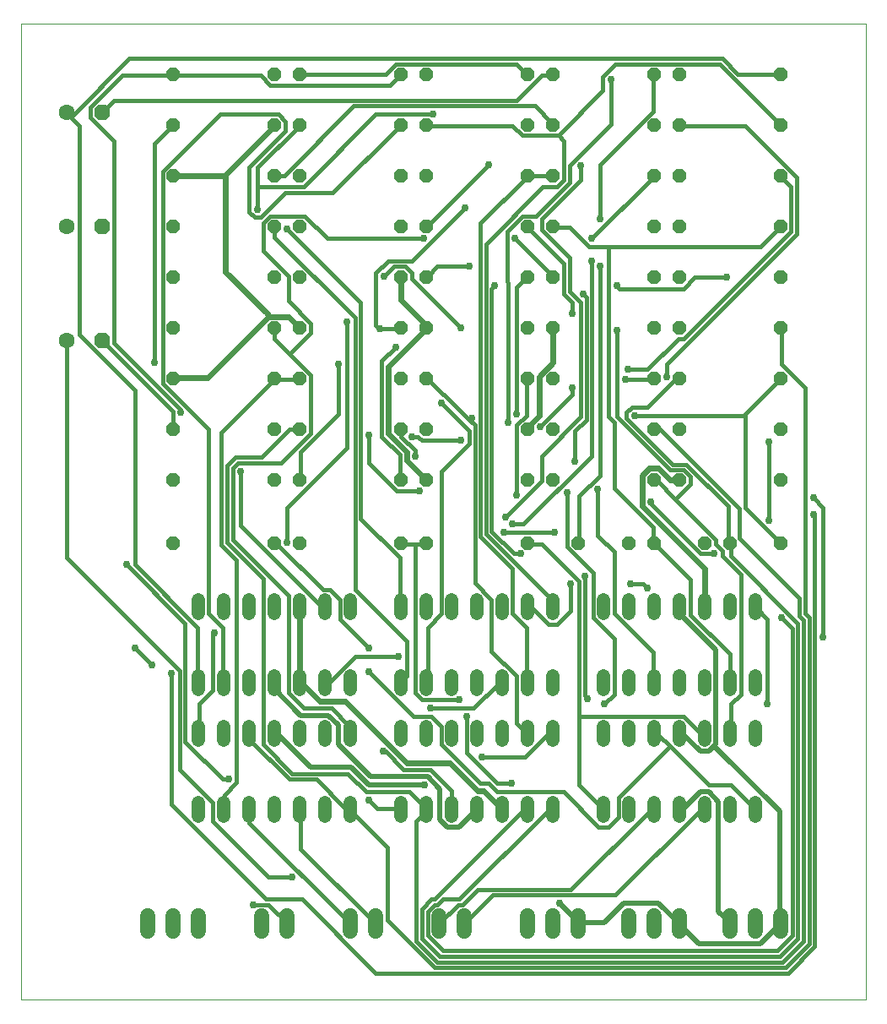
<source format=gtl>
G75*
%MOIN*%
%OFA0B0*%
%FSLAX25Y25*%
%IPPOS*%
%LPD*%
%AMOC8*
5,1,8,0,0,1.08239X$1,22.5*
%
%ADD10C,0.00000*%
%ADD11OC8,0.06300*%
%ADD12C,0.06300*%
%ADD13OC8,0.05200*%
%ADD14C,0.05200*%
%ADD15C,0.05937*%
%ADD16C,0.01600*%
%ADD17C,0.02978*%
%ADD18C,0.02400*%
%ADD19C,0.02000*%
D10*
X0001000Y0001000D02*
X0001000Y0385961D01*
X0334701Y0385961D01*
X0334701Y0001000D01*
X0001000Y0001000D01*
D11*
X0033000Y0261000D03*
X0033000Y0306000D03*
X0033000Y0351000D03*
D12*
X0019000Y0351000D03*
X0019000Y0306000D03*
X0019000Y0261000D03*
D13*
X0061000Y0266000D03*
X0061000Y0246000D03*
X0061000Y0226000D03*
X0061000Y0206000D03*
X0061000Y0181000D03*
X0101000Y0181000D03*
X0111000Y0181000D03*
X0111000Y0206000D03*
X0101000Y0206000D03*
X0101000Y0226000D03*
X0111000Y0226000D03*
X0111000Y0246000D03*
X0101000Y0246000D03*
X0101000Y0266000D03*
X0111000Y0266000D03*
X0111000Y0286000D03*
X0101000Y0286000D03*
X0101000Y0306000D03*
X0111000Y0306000D03*
X0111000Y0326000D03*
X0101000Y0326000D03*
X0101000Y0346000D03*
X0111000Y0346000D03*
X0111000Y0366000D03*
X0101000Y0366000D03*
X0061000Y0366000D03*
X0061000Y0346000D03*
X0061000Y0326000D03*
X0061000Y0306000D03*
X0061000Y0286000D03*
X0151000Y0286000D03*
X0161000Y0286000D03*
X0161000Y0266000D03*
X0151000Y0266000D03*
X0151000Y0246000D03*
X0161000Y0246000D03*
X0161000Y0226000D03*
X0151000Y0226000D03*
X0151000Y0206000D03*
X0161000Y0206000D03*
X0161000Y0181000D03*
X0151000Y0181000D03*
X0201000Y0181000D03*
X0221000Y0181000D03*
X0241000Y0181000D03*
X0251000Y0181000D03*
X0271000Y0181000D03*
X0281000Y0181000D03*
X0301000Y0181000D03*
X0301000Y0206000D03*
X0301000Y0226000D03*
X0301000Y0246000D03*
X0301000Y0266000D03*
X0301000Y0286000D03*
X0301000Y0306000D03*
X0301000Y0326000D03*
X0301000Y0346000D03*
X0301000Y0366000D03*
X0261000Y0366000D03*
X0251000Y0366000D03*
X0251000Y0346000D03*
X0261000Y0346000D03*
X0261000Y0326000D03*
X0251000Y0326000D03*
X0251000Y0306000D03*
X0261000Y0306000D03*
X0261000Y0286000D03*
X0251000Y0286000D03*
X0251000Y0266000D03*
X0261000Y0266000D03*
X0261000Y0246000D03*
X0251000Y0246000D03*
X0251000Y0226000D03*
X0261000Y0226000D03*
X0261000Y0206000D03*
X0251000Y0206000D03*
X0211000Y0206000D03*
X0201000Y0206000D03*
X0201000Y0226000D03*
X0211000Y0226000D03*
X0211000Y0246000D03*
X0201000Y0246000D03*
X0201000Y0266000D03*
X0211000Y0266000D03*
X0211000Y0286000D03*
X0201000Y0286000D03*
X0201000Y0306000D03*
X0211000Y0306000D03*
X0211000Y0326000D03*
X0201000Y0326000D03*
X0201000Y0346000D03*
X0211000Y0346000D03*
X0211000Y0366000D03*
X0201000Y0366000D03*
X0161000Y0366000D03*
X0151000Y0366000D03*
X0151000Y0346000D03*
X0161000Y0346000D03*
X0161000Y0326000D03*
X0151000Y0326000D03*
X0151000Y0306000D03*
X0161000Y0306000D03*
D14*
X0161000Y0158600D02*
X0161000Y0153400D01*
X0151000Y0153400D02*
X0151000Y0158600D01*
X0131000Y0158600D02*
X0131000Y0153400D01*
X0121000Y0153400D02*
X0121000Y0158600D01*
X0111000Y0158600D02*
X0111000Y0153400D01*
X0101000Y0153400D02*
X0101000Y0158600D01*
X0091000Y0158600D02*
X0091000Y0153400D01*
X0081000Y0153400D02*
X0081000Y0158600D01*
X0071000Y0158600D02*
X0071000Y0153400D01*
X0071000Y0128600D02*
X0071000Y0123400D01*
X0081000Y0123400D02*
X0081000Y0128600D01*
X0091000Y0128600D02*
X0091000Y0123400D01*
X0101000Y0123400D02*
X0101000Y0128600D01*
X0111000Y0128600D02*
X0111000Y0123400D01*
X0121000Y0123400D02*
X0121000Y0128600D01*
X0131000Y0128600D02*
X0131000Y0123400D01*
X0131000Y0108600D02*
X0131000Y0103400D01*
X0121000Y0103400D02*
X0121000Y0108600D01*
X0111000Y0108600D02*
X0111000Y0103400D01*
X0101000Y0103400D02*
X0101000Y0108600D01*
X0091000Y0108600D02*
X0091000Y0103400D01*
X0081000Y0103400D02*
X0081000Y0108600D01*
X0071000Y0108600D02*
X0071000Y0103400D01*
X0071000Y0078600D02*
X0071000Y0073400D01*
X0081000Y0073400D02*
X0081000Y0078600D01*
X0091000Y0078600D02*
X0091000Y0073400D01*
X0101000Y0073400D02*
X0101000Y0078600D01*
X0111000Y0078600D02*
X0111000Y0073400D01*
X0121000Y0073400D02*
X0121000Y0078600D01*
X0131000Y0078600D02*
X0131000Y0073400D01*
X0151000Y0073400D02*
X0151000Y0078600D01*
X0161000Y0078600D02*
X0161000Y0073400D01*
X0171000Y0073400D02*
X0171000Y0078600D01*
X0181000Y0078600D02*
X0181000Y0073400D01*
X0191000Y0073400D02*
X0191000Y0078600D01*
X0201000Y0078600D02*
X0201000Y0073400D01*
X0211000Y0073400D02*
X0211000Y0078600D01*
X0231000Y0078600D02*
X0231000Y0073400D01*
X0241000Y0073400D02*
X0241000Y0078600D01*
X0251000Y0078600D02*
X0251000Y0073400D01*
X0261000Y0073400D02*
X0261000Y0078600D01*
X0271000Y0078600D02*
X0271000Y0073400D01*
X0281000Y0073400D02*
X0281000Y0078600D01*
X0291000Y0078600D02*
X0291000Y0073400D01*
X0291000Y0103400D02*
X0291000Y0108600D01*
X0281000Y0108600D02*
X0281000Y0103400D01*
X0271000Y0103400D02*
X0271000Y0108600D01*
X0261000Y0108600D02*
X0261000Y0103400D01*
X0251000Y0103400D02*
X0251000Y0108600D01*
X0241000Y0108600D02*
X0241000Y0103400D01*
X0231000Y0103400D02*
X0231000Y0108600D01*
X0231000Y0123400D02*
X0231000Y0128600D01*
X0241000Y0128600D02*
X0241000Y0123400D01*
X0251000Y0123400D02*
X0251000Y0128600D01*
X0261000Y0128600D02*
X0261000Y0123400D01*
X0271000Y0123400D02*
X0271000Y0128600D01*
X0281000Y0128600D02*
X0281000Y0123400D01*
X0291000Y0123400D02*
X0291000Y0128600D01*
X0291000Y0153400D02*
X0291000Y0158600D01*
X0281000Y0158600D02*
X0281000Y0153400D01*
X0271000Y0153400D02*
X0271000Y0158600D01*
X0261000Y0158600D02*
X0261000Y0153400D01*
X0251000Y0153400D02*
X0251000Y0158600D01*
X0241000Y0158600D02*
X0241000Y0153400D01*
X0231000Y0153400D02*
X0231000Y0158600D01*
X0211000Y0158600D02*
X0211000Y0153400D01*
X0201000Y0153400D02*
X0201000Y0158600D01*
X0191000Y0158600D02*
X0191000Y0153400D01*
X0181000Y0153400D02*
X0181000Y0158600D01*
X0171000Y0158600D02*
X0171000Y0153400D01*
X0171000Y0128600D02*
X0171000Y0123400D01*
X0161000Y0123400D02*
X0161000Y0128600D01*
X0151000Y0128600D02*
X0151000Y0123400D01*
X0151000Y0108600D02*
X0151000Y0103400D01*
X0161000Y0103400D02*
X0161000Y0108600D01*
X0171000Y0108600D02*
X0171000Y0103400D01*
X0181000Y0103400D02*
X0181000Y0108600D01*
X0191000Y0108600D02*
X0191000Y0103400D01*
X0201000Y0103400D02*
X0201000Y0108600D01*
X0211000Y0108600D02*
X0211000Y0103400D01*
X0211000Y0123400D02*
X0211000Y0128600D01*
X0201000Y0128600D02*
X0201000Y0123400D01*
X0191000Y0123400D02*
X0191000Y0128600D01*
X0181000Y0128600D02*
X0181000Y0123400D01*
D15*
X0176000Y0033969D02*
X0176000Y0028031D01*
X0166000Y0028031D02*
X0166000Y0033969D01*
X0141000Y0033969D02*
X0141000Y0028031D01*
X0131000Y0028031D02*
X0131000Y0033969D01*
X0106000Y0033969D02*
X0106000Y0028031D01*
X0096000Y0028031D02*
X0096000Y0033969D01*
X0071000Y0033969D02*
X0071000Y0028031D01*
X0061000Y0028031D02*
X0061000Y0033969D01*
X0051000Y0033969D02*
X0051000Y0028031D01*
X0201000Y0028031D02*
X0201000Y0033969D01*
X0211000Y0033969D02*
X0211000Y0028031D01*
X0221000Y0028031D02*
X0221000Y0033969D01*
X0241000Y0033969D02*
X0241000Y0028031D01*
X0251000Y0028031D02*
X0251000Y0033969D01*
X0261000Y0033969D02*
X0261000Y0028031D01*
X0281000Y0028031D02*
X0281000Y0033969D01*
X0291000Y0033969D02*
X0291000Y0028031D01*
X0301000Y0028031D02*
X0301000Y0033969D01*
D16*
X0305600Y0026300D02*
X0305600Y0147300D01*
X0301200Y0151700D01*
X0295700Y0151150D02*
X0291300Y0155550D01*
X0291000Y0156000D01*
X0295700Y0151150D02*
X0295700Y0117600D01*
X0285250Y0121450D02*
X0285250Y0168750D01*
X0278100Y0175900D01*
X0278100Y0178100D01*
X0275350Y0180850D01*
X0275350Y0182500D01*
X0259400Y0198450D01*
X0265450Y0204500D01*
X0265450Y0207250D01*
X0262700Y0210000D01*
X0257200Y0210000D01*
X0236300Y0230900D01*
X0236300Y0265000D01*
X0240700Y0249600D02*
X0248400Y0249600D01*
X0260500Y0261700D01*
X0262700Y0261700D01*
X0305050Y0304050D01*
X0305050Y0321650D01*
X0301200Y0325500D01*
X0301000Y0326000D01*
X0307250Y0325500D02*
X0286900Y0345850D01*
X0261050Y0345850D01*
X0261000Y0346000D01*
X0250600Y0351350D02*
X0229700Y0330450D01*
X0229700Y0309000D01*
X0226400Y0301300D02*
X0250600Y0325500D01*
X0251000Y0326000D01*
X0234100Y0346400D02*
X0217600Y0329900D01*
X0217600Y0323300D01*
X0204400Y0310100D01*
X0198900Y0310100D01*
X0192850Y0304050D01*
X0192850Y0284250D01*
X0193400Y0283700D01*
X0193400Y0228700D01*
X0196700Y0227600D02*
X0196700Y0200100D01*
X0192300Y0191300D02*
X0206600Y0205600D01*
X0206600Y0215500D01*
X0222000Y0230900D01*
X0222000Y0276000D01*
X0217600Y0280400D01*
X0217600Y0293600D01*
X0206600Y0304600D01*
X0206600Y0309000D01*
X0222000Y0324400D01*
X0222000Y0329900D01*
X0215400Y0324400D02*
X0215400Y0339800D01*
X0213200Y0342000D01*
X0230800Y0359600D01*
X0230800Y0365100D01*
X0235750Y0370050D01*
X0277000Y0370050D01*
X0300650Y0346400D01*
X0301000Y0346000D01*
X0301000Y0366000D02*
X0300650Y0366200D01*
X0284150Y0366200D01*
X0278100Y0372250D01*
X0043800Y0372250D01*
X0021250Y0349700D01*
X0019000Y0351000D01*
X0019050Y0350800D01*
X0024000Y0345850D01*
X0024000Y0263350D01*
X0046000Y0241350D01*
X0046000Y0172600D01*
X0070750Y0147850D01*
X0070750Y0126400D01*
X0071000Y0126000D01*
X0076800Y0123100D02*
X0076800Y0145100D01*
X0077350Y0145650D01*
X0080650Y0147850D02*
X0075150Y0153350D01*
X0075150Y0225950D01*
X0057000Y0244100D01*
X0057000Y0327700D01*
X0079550Y0350250D01*
X0102650Y0350250D01*
X0105400Y0347500D01*
X0105400Y0343650D01*
X0091100Y0329350D01*
X0091100Y0311750D01*
X0093300Y0309550D01*
X0095500Y0309550D01*
X0105400Y0319450D01*
X0124100Y0319450D01*
X0150500Y0345850D01*
X0151000Y0346000D01*
X0141150Y0350250D02*
X0112550Y0321650D01*
X0094400Y0321650D01*
X0094400Y0312850D01*
X0099350Y0310100D02*
X0096600Y0307350D01*
X0096600Y0296350D01*
X0106500Y0286450D01*
X0106500Y0276550D01*
X0115300Y0267750D01*
X0115300Y0263900D01*
X0107050Y0255650D01*
X0101000Y0261700D01*
X0101000Y0266000D01*
X0107050Y0255650D02*
X0115300Y0247400D01*
X0115300Y0224300D01*
X0103750Y0212750D01*
X0086700Y0212750D01*
X0084500Y0210550D01*
X0084500Y0182500D01*
X0106500Y0160500D01*
X0106500Y0122000D01*
X0112550Y0115950D01*
X0123550Y0115950D01*
X0130700Y0108800D01*
X0130700Y0106050D01*
X0131000Y0106000D01*
X0143900Y0098900D02*
X0145000Y0098900D01*
X0152150Y0091750D01*
X0162600Y0091750D01*
X0170850Y0083500D01*
X0170850Y0076350D01*
X0171000Y0076000D01*
X0161000Y0076000D02*
X0160950Y0075250D01*
X0157100Y0071400D01*
X0157100Y0024100D01*
X0165350Y0015850D01*
X0301750Y0015850D01*
X0310000Y0024100D01*
X0310000Y0150600D01*
X0308350Y0152250D01*
X0308350Y0159400D01*
X0284700Y0183050D01*
X0284700Y0194600D01*
X0253350Y0225950D01*
X0251150Y0225950D01*
X0251000Y0226000D01*
X0248400Y0234750D02*
X0242350Y0234750D01*
X0240150Y0232550D01*
X0240150Y0230350D01*
X0258300Y0212200D01*
X0263800Y0212200D01*
X0280300Y0195700D01*
X0280300Y0181400D01*
X0281000Y0181000D01*
X0281400Y0180850D01*
X0281400Y0175900D01*
X0307800Y0149500D01*
X0307800Y0025200D01*
X0300650Y0018050D01*
X0166450Y0018050D01*
X0159300Y0025200D01*
X0159300Y0036750D01*
X0163150Y0040600D01*
X0164250Y0040600D01*
X0199450Y0075800D01*
X0200550Y0075800D01*
X0201000Y0076000D01*
X0209350Y0075800D02*
X0174150Y0040600D01*
X0167550Y0040600D01*
X0165350Y0038400D01*
X0164250Y0038400D01*
X0161500Y0035650D01*
X0161500Y0026300D01*
X0167550Y0020250D01*
X0299550Y0020250D01*
X0305600Y0026300D01*
X0312200Y0023000D02*
X0302850Y0013650D01*
X0164250Y0013650D01*
X0145550Y0032350D01*
X0145550Y0060950D01*
X0131250Y0075250D01*
X0131000Y0076000D01*
X0130700Y0076350D01*
X0129050Y0076350D01*
X0117500Y0087900D01*
X0107050Y0087900D01*
X0091100Y0103850D01*
X0091100Y0105500D01*
X0091000Y0106000D01*
X0096600Y0101650D02*
X0108150Y0090100D01*
X0130150Y0090100D01*
X0137300Y0082950D01*
X0154350Y0082950D01*
X0160950Y0076350D01*
X0161000Y0076000D01*
X0151000Y0076000D02*
X0150500Y0076350D01*
X0141700Y0076350D01*
X0138400Y0079650D01*
X0111450Y0075800D02*
X0111450Y0060400D01*
X0140600Y0031250D01*
X0141000Y0031000D01*
X0131000Y0031000D02*
X0130700Y0031250D01*
X0091100Y0070850D01*
X0091100Y0075800D01*
X0091000Y0076000D01*
X0081200Y0076350D02*
X0081000Y0076000D01*
X0081200Y0076350D02*
X0081200Y0081850D01*
X0086150Y0086800D01*
X0086150Y0174250D01*
X0080100Y0180300D01*
X0080100Y0224850D01*
X0101000Y0245750D01*
X0101000Y0246000D01*
X0101550Y0245750D01*
X0110900Y0245750D01*
X0111000Y0246000D01*
X0126300Y0251800D02*
X0126300Y0232000D01*
X0111450Y0217150D01*
X0111450Y0206150D01*
X0111000Y0206000D01*
X0105950Y0195150D02*
X0129600Y0218800D01*
X0129600Y0268300D01*
X0132900Y0269950D02*
X0132900Y0162700D01*
X0153250Y0142350D01*
X0153250Y0128600D01*
X0151050Y0126400D01*
X0151000Y0126000D01*
X0156550Y0122000D02*
X0156550Y0180850D01*
X0151050Y0180850D01*
X0151000Y0181000D01*
X0150500Y0175350D02*
X0135100Y0190750D01*
X0135100Y0276000D01*
X0105950Y0305150D01*
X0101000Y0306000D02*
X0101000Y0301850D01*
X0132900Y0269950D01*
X0141150Y0267200D02*
X0142800Y0265550D01*
X0150500Y0265550D01*
X0151000Y0266000D01*
X0148850Y0258400D02*
X0143350Y0252900D01*
X0143350Y0223200D01*
X0150500Y0216050D01*
X0150500Y0206150D01*
X0151000Y0206000D01*
X0149400Y0201750D02*
X0158200Y0201750D01*
X0167000Y0209450D02*
X0178000Y0220450D01*
X0178000Y0225400D01*
X0167000Y0236400D01*
X0167550Y0239700D02*
X0168100Y0239700D01*
X0178000Y0229800D01*
X0178550Y0230350D01*
X0179100Y0230350D01*
X0178000Y0229800D02*
X0180200Y0227600D01*
X0180200Y0165450D01*
X0186800Y0158850D01*
X0186800Y0138500D01*
X0196700Y0128600D01*
X0196700Y0109900D01*
X0200550Y0106050D01*
X0201000Y0106000D01*
X0208800Y0105500D02*
X0200000Y0096700D01*
X0182950Y0096700D01*
X0176900Y0098350D02*
X0189000Y0086250D01*
X0194500Y0086250D01*
X0189000Y0082950D02*
X0215400Y0082950D01*
X0229150Y0069200D01*
X0233000Y0069200D01*
X0236850Y0073050D01*
X0236850Y0080750D01*
X0257200Y0101100D01*
X0252800Y0105500D01*
X0251150Y0105500D01*
X0251000Y0106000D01*
X0257200Y0101100D02*
X0272600Y0085700D01*
X0281400Y0085700D01*
X0290750Y0076350D01*
X0291000Y0076000D01*
X0271000Y0076000D02*
X0270950Y0075800D01*
X0269300Y0075800D01*
X0235750Y0042250D01*
X0187350Y0042250D01*
X0176350Y0031250D01*
X0176000Y0031000D01*
X0175250Y0038400D02*
X0173600Y0038400D01*
X0166450Y0031250D01*
X0166000Y0031000D01*
X0175250Y0038400D02*
X0181300Y0044450D01*
X0218150Y0044450D01*
X0249500Y0075800D01*
X0250600Y0075800D01*
X0251000Y0076000D01*
X0231000Y0076000D02*
X0230800Y0076350D01*
X0221450Y0085700D01*
X0221450Y0112650D01*
X0262700Y0112650D01*
X0269300Y0106050D01*
X0270950Y0106050D01*
X0271000Y0106000D01*
X0281000Y0106000D02*
X0281400Y0106050D01*
X0281400Y0117600D01*
X0285250Y0121450D01*
X0281000Y0126000D02*
X0280850Y0126400D01*
X0280850Y0137400D01*
X0265450Y0152800D01*
X0265450Y0166550D01*
X0251000Y0181000D01*
X0250600Y0181400D01*
X0250600Y0187450D01*
X0235200Y0202850D01*
X0235200Y0228700D01*
X0233000Y0230900D01*
X0233000Y0298000D01*
X0225300Y0298000D01*
X0217600Y0305700D01*
X0211000Y0305700D01*
X0211000Y0306000D01*
X0201100Y0305700D02*
X0201000Y0306000D01*
X0201100Y0305700D02*
X0215400Y0291400D01*
X0215400Y0279300D01*
X0218700Y0276000D01*
X0218700Y0271600D01*
X0224200Y0278200D02*
X0223100Y0279300D01*
X0224200Y0278200D02*
X0224200Y0229800D01*
X0219800Y0225400D01*
X0219800Y0213300D01*
X0226400Y0215500D02*
X0199450Y0188550D01*
X0195050Y0188550D01*
X0191750Y0185250D02*
X0211550Y0185250D01*
X0216500Y0179750D02*
X0216500Y0201200D01*
X0221450Y0199550D02*
X0221450Y0181400D01*
X0221000Y0181000D01*
X0216500Y0179750D02*
X0226950Y0169300D01*
X0226950Y0151700D01*
X0235200Y0143450D01*
X0235200Y0121450D01*
X0231350Y0117600D01*
X0224750Y0119800D02*
X0223650Y0120900D01*
X0223650Y0168200D01*
X0221450Y0166000D02*
X0221450Y0112650D01*
X0211000Y0106000D02*
X0211000Y0105500D01*
X0208800Y0105500D01*
X0201000Y0126000D02*
X0200550Y0126400D01*
X0200550Y0147850D01*
X0195050Y0153350D01*
X0195050Y0170950D01*
X0182400Y0183600D01*
X0182400Y0307350D01*
X0200550Y0325500D01*
X0201000Y0326000D01*
X0201650Y0326050D01*
X0211000Y0326050D01*
X0211000Y0326000D01*
X0212650Y0321650D02*
X0207150Y0321650D01*
X0184600Y0299100D01*
X0184600Y0184700D01*
X0211000Y0158300D01*
X0211000Y0156000D01*
X0212650Y0148950D02*
X0209350Y0148950D01*
X0202750Y0155550D01*
X0201100Y0155550D01*
X0201000Y0156000D01*
X0212650Y0148950D02*
X0218150Y0154450D01*
X0218150Y0164900D01*
X0221450Y0166000D02*
X0206600Y0180850D01*
X0201100Y0180850D01*
X0201000Y0181000D01*
X0198350Y0177000D02*
X0195600Y0177000D01*
X0186800Y0185800D01*
X0186800Y0281500D01*
X0187900Y0282600D01*
X0178000Y0290300D02*
X0165350Y0290300D01*
X0161500Y0286450D01*
X0161000Y0286000D01*
X0155450Y0285350D02*
X0155450Y0287550D01*
X0152700Y0290300D01*
X0148300Y0290300D01*
X0144450Y0286450D01*
X0141150Y0287550D02*
X0146100Y0292500D01*
X0155450Y0292500D01*
X0176350Y0313400D01*
X0161500Y0306250D02*
X0161000Y0306000D01*
X0161500Y0306250D02*
X0185700Y0330450D01*
X0198900Y0342000D02*
X0195050Y0345850D01*
X0161500Y0345850D01*
X0161000Y0346000D01*
X0163700Y0350250D02*
X0141150Y0350250D01*
X0132350Y0353550D02*
X0203850Y0353550D01*
X0211000Y0346400D01*
X0211000Y0346000D01*
X0213200Y0342000D02*
X0198900Y0342000D01*
X0196700Y0355750D02*
X0037750Y0355750D01*
X0033000Y0351000D01*
X0028400Y0349150D02*
X0028400Y0353000D01*
X0041050Y0365650D01*
X0060300Y0365650D01*
X0061000Y0366000D01*
X0061400Y0365650D01*
X0095500Y0365650D01*
X0099350Y0361800D01*
X0146650Y0361800D01*
X0150500Y0365650D01*
X0151000Y0366000D01*
X0148850Y0370050D02*
X0196700Y0370050D01*
X0200550Y0366200D01*
X0201000Y0366000D01*
X0206600Y0365650D02*
X0196700Y0355750D01*
X0206600Y0365650D02*
X0211000Y0365650D01*
X0211000Y0366000D01*
X0234100Y0364000D02*
X0234100Y0346400D01*
X0250600Y0351350D02*
X0250600Y0365650D01*
X0251000Y0366000D01*
X0215400Y0324400D02*
X0212650Y0321650D01*
X0196150Y0301300D02*
X0211000Y0286450D01*
X0211000Y0286000D01*
X0201000Y0286000D02*
X0200550Y0285900D01*
X0196700Y0282050D01*
X0196700Y0232000D01*
X0200550Y0231450D02*
X0196700Y0227600D01*
X0200550Y0231450D02*
X0200550Y0245750D01*
X0201000Y0246000D01*
X0218700Y0239700D02*
X0206050Y0227050D01*
X0218700Y0239700D02*
X0218700Y0242450D01*
X0239600Y0245750D02*
X0250600Y0245750D01*
X0251000Y0246000D01*
X0256100Y0246850D02*
X0256100Y0251800D01*
X0307250Y0302950D01*
X0307250Y0325500D01*
X0301000Y0306000D02*
X0300650Y0305700D01*
X0292950Y0298000D01*
X0233000Y0298000D01*
X0229700Y0290300D02*
X0229700Y0207800D01*
X0221450Y0199550D01*
X0228600Y0202300D02*
X0228600Y0184150D01*
X0235200Y0177550D01*
X0235200Y0153350D01*
X0250600Y0137950D01*
X0250600Y0126400D01*
X0251000Y0126000D01*
X0248400Y0163250D02*
X0246750Y0164900D01*
X0241800Y0164900D01*
X0269300Y0177000D02*
X0249500Y0196800D01*
X0249500Y0197350D01*
X0251150Y0205600D02*
X0251000Y0206000D01*
X0251150Y0205600D02*
X0252250Y0205600D01*
X0259400Y0198450D01*
X0269300Y0177000D02*
X0274800Y0177000D01*
X0286900Y0195150D02*
X0300650Y0181400D01*
X0301000Y0181000D01*
X0296250Y0190200D02*
X0296250Y0221000D01*
X0286900Y0230900D02*
X0286350Y0231450D01*
X0300650Y0245750D01*
X0301000Y0246000D01*
X0301200Y0251800D02*
X0310550Y0242450D01*
X0310550Y0153350D01*
X0312200Y0151700D01*
X0312200Y0023000D01*
X0314400Y0021900D02*
X0314400Y0191850D01*
X0313850Y0192400D01*
X0317700Y0195150D02*
X0313850Y0199000D01*
X0317700Y0195150D02*
X0317700Y0144000D01*
X0286900Y0195150D02*
X0286900Y0230900D01*
X0286350Y0231450D02*
X0243450Y0231450D01*
X0248400Y0234750D02*
X0259400Y0245750D01*
X0260500Y0245750D01*
X0261000Y0246000D01*
X0262700Y0281500D02*
X0237400Y0281500D01*
X0236300Y0282600D01*
X0226400Y0292500D02*
X0226400Y0215500D01*
X0174700Y0221550D02*
X0159300Y0221550D01*
X0157650Y0223200D01*
X0155450Y0223200D01*
X0151050Y0223200D02*
X0156550Y0217700D01*
X0156550Y0215500D01*
X0151050Y0223200D02*
X0151050Y0225950D01*
X0151000Y0226000D01*
X0138400Y0223750D02*
X0138400Y0212750D01*
X0149400Y0201750D01*
X0167000Y0209450D02*
X0167000Y0153350D01*
X0161500Y0147850D01*
X0161500Y0126400D01*
X0161000Y0126000D01*
X0156550Y0122000D02*
X0159300Y0119250D01*
X0174150Y0119250D01*
X0176900Y0112650D02*
X0176900Y0098350D01*
X0167000Y0101650D02*
X0167000Y0108800D01*
X0163150Y0112650D01*
X0156000Y0112650D01*
X0138400Y0130250D01*
X0132900Y0136300D02*
X0149950Y0136300D01*
X0138400Y0139600D02*
X0126850Y0151150D01*
X0126850Y0158850D01*
X0123000Y0162700D01*
X0120250Y0162700D01*
X0102100Y0180850D01*
X0101000Y0180850D01*
X0101000Y0181000D01*
X0105950Y0181400D02*
X0105950Y0195150D01*
X0087800Y0188000D02*
X0087800Y0209450D01*
X0082300Y0211650D02*
X0085600Y0214950D01*
X0096050Y0214950D01*
X0107050Y0225950D01*
X0110900Y0225950D01*
X0111000Y0226000D01*
X0082300Y0211650D02*
X0082300Y0181400D01*
X0096600Y0167100D01*
X0096600Y0101650D01*
X0082850Y0087900D02*
X0080650Y0087900D01*
X0065800Y0102750D01*
X0065800Y0149500D01*
X0042700Y0172600D01*
X0019050Y0175350D02*
X0063600Y0130800D01*
X0063600Y0091750D01*
X0076800Y0078550D01*
X0076800Y0071400D01*
X0098800Y0049400D01*
X0108150Y0049400D01*
X0112000Y0040600D02*
X0141150Y0011450D01*
X0303950Y0011450D01*
X0314400Y0021900D01*
X0211000Y0075800D02*
X0211000Y0076000D01*
X0211000Y0075800D02*
X0209350Y0075800D01*
X0189000Y0082950D02*
X0185700Y0086250D01*
X0182400Y0086250D01*
X0167000Y0101650D01*
X0162600Y0115950D02*
X0179650Y0115950D01*
X0189550Y0125850D01*
X0190650Y0125850D01*
X0191000Y0126000D01*
X0151000Y0156000D02*
X0150500Y0156100D01*
X0150500Y0175350D01*
X0156550Y0180850D02*
X0160950Y0180850D01*
X0161000Y0181000D01*
X0121000Y0156000D02*
X0120800Y0156100D01*
X0119700Y0156100D01*
X0087800Y0188000D01*
X0080650Y0147850D02*
X0080650Y0126400D01*
X0081000Y0126000D01*
X0076800Y0123100D02*
X0071300Y0117600D01*
X0071300Y0106050D01*
X0071000Y0106000D01*
X0060300Y0129700D02*
X0060300Y0078000D01*
X0097700Y0040600D01*
X0112000Y0040600D01*
X0105950Y0031250D02*
X0106000Y0031000D01*
X0105950Y0031250D02*
X0098800Y0038400D01*
X0092750Y0038400D01*
X0111000Y0076000D02*
X0111450Y0075800D01*
X0121000Y0126000D02*
X0121350Y0126400D01*
X0123000Y0126400D01*
X0132900Y0136300D01*
X0061000Y0226000D02*
X0060850Y0226500D01*
X0060850Y0233100D01*
X0033350Y0260600D01*
X0033000Y0261000D01*
X0037750Y0260050D02*
X0037750Y0339800D01*
X0028400Y0349150D01*
X0053700Y0338700D02*
X0061000Y0346000D01*
X0053700Y0338700D02*
X0053700Y0252350D01*
X0037750Y0260050D02*
X0064150Y0233650D01*
X0064150Y0232550D01*
X0019050Y0260600D02*
X0019000Y0261000D01*
X0019050Y0260600D02*
X0019050Y0175350D01*
X0046000Y0139600D02*
X0052600Y0133000D01*
X0161000Y0246000D02*
X0161500Y0245750D01*
X0167550Y0239700D01*
X0174700Y0266100D02*
X0155450Y0285350D01*
X0141150Y0287550D02*
X0141150Y0267200D01*
X0159850Y0301300D02*
X0121900Y0301300D01*
X0113100Y0310100D01*
X0099350Y0310100D01*
X0094400Y0321650D02*
X0094400Y0329350D01*
X0110900Y0345850D01*
X0111000Y0346000D01*
X0111000Y0366000D02*
X0111450Y0366200D01*
X0145000Y0366200D01*
X0148850Y0370050D01*
X0132350Y0353550D02*
X0104850Y0326050D01*
X0101000Y0326050D01*
X0101000Y0326000D01*
X0262700Y0281500D02*
X0267100Y0285900D01*
X0279750Y0285900D01*
X0301000Y0266000D02*
X0301200Y0265550D01*
X0301200Y0251800D01*
D17*
X0296250Y0221000D03*
X0313850Y0199000D03*
X0313850Y0192400D03*
X0296250Y0190200D03*
X0274800Y0177000D03*
X0249500Y0197350D03*
X0228600Y0202300D03*
X0219800Y0213300D03*
X0216500Y0201200D03*
X0211550Y0185250D03*
X0198350Y0177000D03*
X0191750Y0185250D03*
X0195050Y0188550D03*
X0192300Y0191300D03*
X0196700Y0200100D03*
X0174700Y0221550D03*
X0179100Y0230350D03*
X0167000Y0236400D03*
X0155450Y0223200D03*
X0156550Y0215500D03*
X0158200Y0201750D03*
X0138400Y0223750D03*
X0126300Y0251800D03*
X0129600Y0268300D03*
X0142800Y0265550D03*
X0148850Y0258400D03*
X0174700Y0266100D03*
X0187900Y0282600D03*
X0178000Y0290300D03*
X0196150Y0301300D03*
X0176350Y0313400D03*
X0185700Y0330450D03*
X0163700Y0350250D03*
X0159850Y0301300D03*
X0144450Y0286450D03*
X0105950Y0305150D03*
X0094400Y0312850D03*
X0053700Y0252350D03*
X0064150Y0232550D03*
X0087800Y0209450D03*
X0105950Y0181400D03*
X0077350Y0145650D03*
X0060300Y0129700D03*
X0052600Y0133000D03*
X0046000Y0139600D03*
X0042700Y0172600D03*
X0082850Y0087900D03*
X0108150Y0049400D03*
X0092750Y0038400D03*
X0138400Y0079650D03*
X0143900Y0098900D03*
X0160400Y0085700D03*
X0182950Y0096700D03*
X0194500Y0086250D03*
X0176900Y0112650D03*
X0174150Y0119250D03*
X0162600Y0115950D03*
X0149950Y0136300D03*
X0138400Y0139600D03*
X0138400Y0130250D03*
X0218150Y0164900D03*
X0223650Y0168200D03*
X0241800Y0164900D03*
X0248400Y0163250D03*
X0231350Y0117600D03*
X0224750Y0119800D03*
X0213750Y0038950D03*
X0295700Y0117600D03*
X0317700Y0144000D03*
X0301200Y0151700D03*
X0243450Y0231450D03*
X0239600Y0245750D03*
X0240700Y0249600D03*
X0236300Y0265000D03*
X0223100Y0279300D03*
X0218700Y0271600D03*
X0236300Y0282600D03*
X0229700Y0290300D03*
X0226400Y0292500D03*
X0226400Y0301300D03*
X0229700Y0309000D03*
X0222000Y0329900D03*
X0234100Y0364000D03*
X0279750Y0285900D03*
X0256100Y0246850D03*
X0218700Y0242450D03*
X0206050Y0227050D03*
X0196700Y0232000D03*
X0193400Y0228700D03*
D18*
X0200550Y0226500D02*
X0201000Y0226000D01*
X0200550Y0226500D02*
X0205500Y0231450D01*
X0205500Y0246850D01*
X0211000Y0252350D01*
X0211000Y0266000D01*
X0248950Y0210550D02*
X0252800Y0210550D01*
X0257200Y0206150D01*
X0260500Y0206150D01*
X0261000Y0206000D01*
X0248950Y0210550D02*
X0246200Y0207800D01*
X0246200Y0195700D01*
X0270950Y0170950D01*
X0270950Y0156100D01*
X0271000Y0156000D01*
X0191000Y0076000D02*
X0183500Y0083500D01*
X0181300Y0083500D01*
X0170300Y0094500D01*
X0153250Y0094500D01*
X0129050Y0118700D01*
X0119150Y0118700D01*
X0112000Y0125850D01*
X0111000Y0126000D01*
X0110900Y0126400D01*
X0110900Y0155550D01*
X0111000Y0156000D01*
X0161000Y0206000D02*
X0160950Y0206150D01*
X0153250Y0213850D01*
X0153250Y0217150D01*
X0146100Y0224300D01*
X0146100Y0250700D01*
X0160950Y0265550D01*
X0161000Y0266000D01*
X0160950Y0267200D01*
X0151050Y0277100D01*
X0151050Y0285900D01*
X0151000Y0286000D01*
X0111000Y0266000D02*
X0106500Y0270500D01*
X0098800Y0270500D01*
X0098250Y0271600D01*
X0081750Y0288100D01*
X0081750Y0324950D01*
X0081200Y0326050D01*
X0101000Y0345850D01*
X0101000Y0346000D01*
X0081200Y0326050D02*
X0061400Y0326050D01*
X0061000Y0326000D01*
X0098800Y0270500D02*
X0074600Y0246300D01*
X0061400Y0246300D01*
X0061000Y0246000D01*
D19*
X0101000Y0126000D02*
X0101000Y0123650D01*
X0111450Y0113200D01*
X0122450Y0113200D01*
X0126300Y0109350D01*
X0126300Y0101650D01*
X0138950Y0089000D01*
X0161500Y0089000D01*
X0166450Y0084050D01*
X0166450Y0071950D01*
X0169200Y0069200D01*
X0174150Y0069200D01*
X0180750Y0075800D01*
X0181000Y0076000D01*
X0160400Y0085700D02*
X0138400Y0085700D01*
X0131250Y0092850D01*
X0115300Y0092850D01*
X0102650Y0105500D01*
X0101000Y0105500D01*
X0101000Y0106000D01*
X0213750Y0038950D02*
X0220900Y0031800D01*
X0221000Y0031000D01*
X0221450Y0031250D01*
X0231350Y0031250D01*
X0239050Y0038950D01*
X0252800Y0038950D01*
X0260500Y0031250D01*
X0261000Y0031000D01*
X0261600Y0030150D01*
X0268750Y0023000D01*
X0292950Y0023000D01*
X0300650Y0030700D01*
X0301000Y0031000D01*
X0300650Y0031800D01*
X0300650Y0075250D01*
X0274800Y0101100D01*
X0272600Y0098900D01*
X0269300Y0098900D01*
X0262700Y0105500D01*
X0261050Y0105500D01*
X0261000Y0106000D01*
X0274800Y0101100D02*
X0275350Y0101650D01*
X0275350Y0139050D01*
X0261050Y0153350D01*
X0261050Y0155550D01*
X0261000Y0156000D01*
X0269300Y0082950D02*
X0272600Y0082950D01*
X0276450Y0079100D01*
X0276450Y0035650D01*
X0280850Y0031250D01*
X0281000Y0031000D01*
X0262700Y0076350D02*
X0261050Y0076350D01*
X0261000Y0076000D01*
X0262700Y0076350D02*
X0269300Y0082950D01*
M02*

</source>
